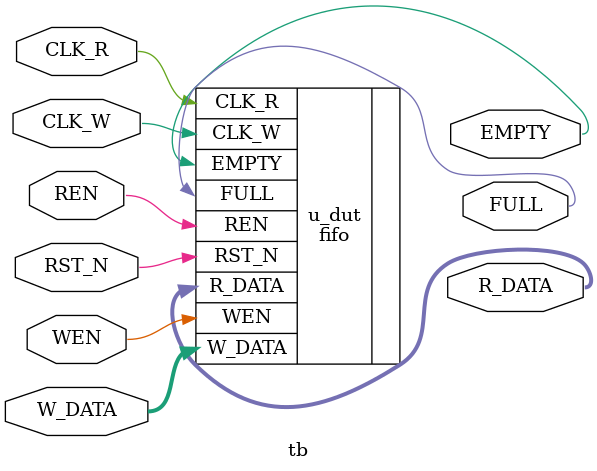
<source format=sv>
module tb #(
    parameter DATA_WIDTH = 8,
    parameter DEPTH = 4'hF
) (
    input CLK_W,
    input CLK_R,
    input RST_N,

    input [DATA_WIDTH-1:0] W_DATA,
    input WEN,

    output [DATA_WIDTH-1:0] R_DATA,
    input REN,

    output FULL,
    output EMPTY
);

fifo #(
    .DATA_WIDTH(DATA_WIDTH),
    .DEPTH(DEPTH)
) u_dut (
    .CLK_W(CLK_W),
    .CLK_R(CLK_R),
    .RST_N(RST_N),

    .W_DATA(W_DATA),
    .WEN(WEN),

    .R_DATA(R_DATA),
    .REN(REN),

    .FULL(FULL),
    .EMPTY(EMPTY)
);

endmodule
</source>
